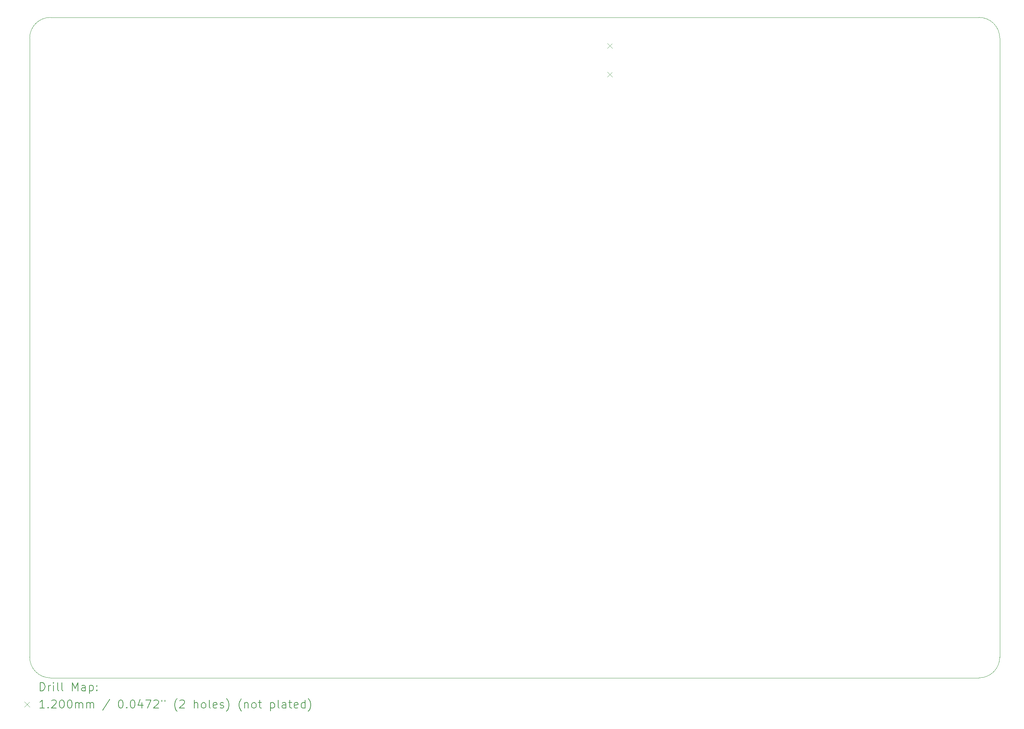
<source format=gbr>
%TF.GenerationSoftware,KiCad,Pcbnew,(6.0.11)*%
%TF.CreationDate,2024-04-16T11:46:23-04:00*%
%TF.ProjectId,input-output.Media,696e7075-742d-46f7-9574-7075742e4d65,rev?*%
%TF.SameCoordinates,Original*%
%TF.FileFunction,Drillmap*%
%TF.FilePolarity,Positive*%
%FSLAX45Y45*%
G04 Gerber Fmt 4.5, Leading zero omitted, Abs format (unit mm)*
G04 Created by KiCad (PCBNEW (6.0.11)) date 2024-04-16 11:46:23*
%MOMM*%
%LPD*%
G01*
G04 APERTURE LIST*
%ADD10C,0.050000*%
%ADD11C,0.200000*%
%ADD12C,0.120000*%
G04 APERTURE END LIST*
D10*
X3500000Y-7500000D02*
X3500000Y-22500000D01*
X4000000Y-23000000D02*
X26500000Y-23000000D01*
X27000000Y-22500000D02*
X27000000Y-7500000D01*
X26500000Y-7000000D02*
X4000000Y-7000000D01*
X27000000Y-7500000D02*
G75*
G03*
X26500000Y-7000000I-500000J0D01*
G01*
X3500000Y-22500000D02*
G75*
G03*
X4000000Y-23000000I500000J0D01*
G01*
X4000000Y-7000000D02*
G75*
G03*
X3500000Y-7500000I0J-500000D01*
G01*
X26500000Y-23000000D02*
G75*
G03*
X27000000Y-22500000I0J500000D01*
G01*
D11*
D12*
X17491750Y-7624500D02*
X17611750Y-7744500D01*
X17611750Y-7624500D02*
X17491750Y-7744500D01*
X17491750Y-8324500D02*
X17611750Y-8444500D01*
X17611750Y-8324500D02*
X17491750Y-8444500D01*
D11*
X3755119Y-23312976D02*
X3755119Y-23112976D01*
X3802738Y-23112976D01*
X3831309Y-23122500D01*
X3850357Y-23141548D01*
X3859881Y-23160595D01*
X3869405Y-23198690D01*
X3869405Y-23227262D01*
X3859881Y-23265357D01*
X3850357Y-23284405D01*
X3831309Y-23303452D01*
X3802738Y-23312976D01*
X3755119Y-23312976D01*
X3955119Y-23312976D02*
X3955119Y-23179643D01*
X3955119Y-23217738D02*
X3964643Y-23198690D01*
X3974167Y-23189167D01*
X3993214Y-23179643D01*
X4012262Y-23179643D01*
X4078928Y-23312976D02*
X4078928Y-23179643D01*
X4078928Y-23112976D02*
X4069405Y-23122500D01*
X4078928Y-23132024D01*
X4088452Y-23122500D01*
X4078928Y-23112976D01*
X4078928Y-23132024D01*
X4202738Y-23312976D02*
X4183690Y-23303452D01*
X4174167Y-23284405D01*
X4174167Y-23112976D01*
X4307500Y-23312976D02*
X4288452Y-23303452D01*
X4278929Y-23284405D01*
X4278929Y-23112976D01*
X4536071Y-23312976D02*
X4536071Y-23112976D01*
X4602738Y-23255833D01*
X4669405Y-23112976D01*
X4669405Y-23312976D01*
X4850357Y-23312976D02*
X4850357Y-23208214D01*
X4840833Y-23189167D01*
X4821786Y-23179643D01*
X4783690Y-23179643D01*
X4764643Y-23189167D01*
X4850357Y-23303452D02*
X4831310Y-23312976D01*
X4783690Y-23312976D01*
X4764643Y-23303452D01*
X4755119Y-23284405D01*
X4755119Y-23265357D01*
X4764643Y-23246309D01*
X4783690Y-23236786D01*
X4831310Y-23236786D01*
X4850357Y-23227262D01*
X4945595Y-23179643D02*
X4945595Y-23379643D01*
X4945595Y-23189167D02*
X4964643Y-23179643D01*
X5002738Y-23179643D01*
X5021786Y-23189167D01*
X5031310Y-23198690D01*
X5040833Y-23217738D01*
X5040833Y-23274881D01*
X5031310Y-23293928D01*
X5021786Y-23303452D01*
X5002738Y-23312976D01*
X4964643Y-23312976D01*
X4945595Y-23303452D01*
X5126548Y-23293928D02*
X5136071Y-23303452D01*
X5126548Y-23312976D01*
X5117024Y-23303452D01*
X5126548Y-23293928D01*
X5126548Y-23312976D01*
X5126548Y-23189167D02*
X5136071Y-23198690D01*
X5126548Y-23208214D01*
X5117024Y-23198690D01*
X5126548Y-23189167D01*
X5126548Y-23208214D01*
D12*
X3377500Y-23582500D02*
X3497500Y-23702500D01*
X3497500Y-23582500D02*
X3377500Y-23702500D01*
D11*
X3859881Y-23732976D02*
X3745595Y-23732976D01*
X3802738Y-23732976D02*
X3802738Y-23532976D01*
X3783690Y-23561548D01*
X3764643Y-23580595D01*
X3745595Y-23590119D01*
X3945595Y-23713928D02*
X3955119Y-23723452D01*
X3945595Y-23732976D01*
X3936071Y-23723452D01*
X3945595Y-23713928D01*
X3945595Y-23732976D01*
X4031309Y-23552024D02*
X4040833Y-23542500D01*
X4059881Y-23532976D01*
X4107500Y-23532976D01*
X4126548Y-23542500D01*
X4136071Y-23552024D01*
X4145595Y-23571071D01*
X4145595Y-23590119D01*
X4136071Y-23618690D01*
X4021786Y-23732976D01*
X4145595Y-23732976D01*
X4269405Y-23532976D02*
X4288452Y-23532976D01*
X4307500Y-23542500D01*
X4317024Y-23552024D01*
X4326548Y-23571071D01*
X4336071Y-23609167D01*
X4336071Y-23656786D01*
X4326548Y-23694881D01*
X4317024Y-23713928D01*
X4307500Y-23723452D01*
X4288452Y-23732976D01*
X4269405Y-23732976D01*
X4250357Y-23723452D01*
X4240833Y-23713928D01*
X4231310Y-23694881D01*
X4221786Y-23656786D01*
X4221786Y-23609167D01*
X4231310Y-23571071D01*
X4240833Y-23552024D01*
X4250357Y-23542500D01*
X4269405Y-23532976D01*
X4459881Y-23532976D02*
X4478929Y-23532976D01*
X4497976Y-23542500D01*
X4507500Y-23552024D01*
X4517024Y-23571071D01*
X4526548Y-23609167D01*
X4526548Y-23656786D01*
X4517024Y-23694881D01*
X4507500Y-23713928D01*
X4497976Y-23723452D01*
X4478929Y-23732976D01*
X4459881Y-23732976D01*
X4440833Y-23723452D01*
X4431310Y-23713928D01*
X4421786Y-23694881D01*
X4412262Y-23656786D01*
X4412262Y-23609167D01*
X4421786Y-23571071D01*
X4431310Y-23552024D01*
X4440833Y-23542500D01*
X4459881Y-23532976D01*
X4612262Y-23732976D02*
X4612262Y-23599643D01*
X4612262Y-23618690D02*
X4621786Y-23609167D01*
X4640833Y-23599643D01*
X4669405Y-23599643D01*
X4688452Y-23609167D01*
X4697976Y-23628214D01*
X4697976Y-23732976D01*
X4697976Y-23628214D02*
X4707500Y-23609167D01*
X4726548Y-23599643D01*
X4755119Y-23599643D01*
X4774167Y-23609167D01*
X4783690Y-23628214D01*
X4783690Y-23732976D01*
X4878929Y-23732976D02*
X4878929Y-23599643D01*
X4878929Y-23618690D02*
X4888452Y-23609167D01*
X4907500Y-23599643D01*
X4936071Y-23599643D01*
X4955119Y-23609167D01*
X4964643Y-23628214D01*
X4964643Y-23732976D01*
X4964643Y-23628214D02*
X4974167Y-23609167D01*
X4993214Y-23599643D01*
X5021786Y-23599643D01*
X5040833Y-23609167D01*
X5050357Y-23628214D01*
X5050357Y-23732976D01*
X5440833Y-23523452D02*
X5269405Y-23780595D01*
X5697976Y-23532976D02*
X5717024Y-23532976D01*
X5736071Y-23542500D01*
X5745595Y-23552024D01*
X5755119Y-23571071D01*
X5764643Y-23609167D01*
X5764643Y-23656786D01*
X5755119Y-23694881D01*
X5745595Y-23713928D01*
X5736071Y-23723452D01*
X5717024Y-23732976D01*
X5697976Y-23732976D01*
X5678928Y-23723452D01*
X5669405Y-23713928D01*
X5659881Y-23694881D01*
X5650357Y-23656786D01*
X5650357Y-23609167D01*
X5659881Y-23571071D01*
X5669405Y-23552024D01*
X5678928Y-23542500D01*
X5697976Y-23532976D01*
X5850357Y-23713928D02*
X5859881Y-23723452D01*
X5850357Y-23732976D01*
X5840833Y-23723452D01*
X5850357Y-23713928D01*
X5850357Y-23732976D01*
X5983690Y-23532976D02*
X6002738Y-23532976D01*
X6021786Y-23542500D01*
X6031309Y-23552024D01*
X6040833Y-23571071D01*
X6050357Y-23609167D01*
X6050357Y-23656786D01*
X6040833Y-23694881D01*
X6031309Y-23713928D01*
X6021786Y-23723452D01*
X6002738Y-23732976D01*
X5983690Y-23732976D01*
X5964643Y-23723452D01*
X5955119Y-23713928D01*
X5945595Y-23694881D01*
X5936071Y-23656786D01*
X5936071Y-23609167D01*
X5945595Y-23571071D01*
X5955119Y-23552024D01*
X5964643Y-23542500D01*
X5983690Y-23532976D01*
X6221786Y-23599643D02*
X6221786Y-23732976D01*
X6174167Y-23523452D02*
X6126548Y-23666309D01*
X6250357Y-23666309D01*
X6307500Y-23532976D02*
X6440833Y-23532976D01*
X6355119Y-23732976D01*
X6507500Y-23552024D02*
X6517024Y-23542500D01*
X6536071Y-23532976D01*
X6583690Y-23532976D01*
X6602738Y-23542500D01*
X6612262Y-23552024D01*
X6621786Y-23571071D01*
X6621786Y-23590119D01*
X6612262Y-23618690D01*
X6497976Y-23732976D01*
X6621786Y-23732976D01*
X6697976Y-23532976D02*
X6697976Y-23571071D01*
X6774167Y-23532976D02*
X6774167Y-23571071D01*
X7069405Y-23809167D02*
X7059881Y-23799643D01*
X7040833Y-23771071D01*
X7031309Y-23752024D01*
X7021786Y-23723452D01*
X7012262Y-23675833D01*
X7012262Y-23637738D01*
X7021786Y-23590119D01*
X7031309Y-23561548D01*
X7040833Y-23542500D01*
X7059881Y-23513928D01*
X7069405Y-23504405D01*
X7136071Y-23552024D02*
X7145595Y-23542500D01*
X7164643Y-23532976D01*
X7212262Y-23532976D01*
X7231309Y-23542500D01*
X7240833Y-23552024D01*
X7250357Y-23571071D01*
X7250357Y-23590119D01*
X7240833Y-23618690D01*
X7126548Y-23732976D01*
X7250357Y-23732976D01*
X7488452Y-23732976D02*
X7488452Y-23532976D01*
X7574167Y-23732976D02*
X7574167Y-23628214D01*
X7564643Y-23609167D01*
X7545595Y-23599643D01*
X7517024Y-23599643D01*
X7497976Y-23609167D01*
X7488452Y-23618690D01*
X7697976Y-23732976D02*
X7678928Y-23723452D01*
X7669405Y-23713928D01*
X7659881Y-23694881D01*
X7659881Y-23637738D01*
X7669405Y-23618690D01*
X7678928Y-23609167D01*
X7697976Y-23599643D01*
X7726548Y-23599643D01*
X7745595Y-23609167D01*
X7755119Y-23618690D01*
X7764643Y-23637738D01*
X7764643Y-23694881D01*
X7755119Y-23713928D01*
X7745595Y-23723452D01*
X7726548Y-23732976D01*
X7697976Y-23732976D01*
X7878928Y-23732976D02*
X7859881Y-23723452D01*
X7850357Y-23704405D01*
X7850357Y-23532976D01*
X8031309Y-23723452D02*
X8012262Y-23732976D01*
X7974167Y-23732976D01*
X7955119Y-23723452D01*
X7945595Y-23704405D01*
X7945595Y-23628214D01*
X7955119Y-23609167D01*
X7974167Y-23599643D01*
X8012262Y-23599643D01*
X8031309Y-23609167D01*
X8040833Y-23628214D01*
X8040833Y-23647262D01*
X7945595Y-23666309D01*
X8117024Y-23723452D02*
X8136071Y-23732976D01*
X8174167Y-23732976D01*
X8193214Y-23723452D01*
X8202738Y-23704405D01*
X8202738Y-23694881D01*
X8193214Y-23675833D01*
X8174167Y-23666309D01*
X8145595Y-23666309D01*
X8126548Y-23656786D01*
X8117024Y-23637738D01*
X8117024Y-23628214D01*
X8126548Y-23609167D01*
X8145595Y-23599643D01*
X8174167Y-23599643D01*
X8193214Y-23609167D01*
X8269405Y-23809167D02*
X8278928Y-23799643D01*
X8297976Y-23771071D01*
X8307500Y-23752024D01*
X8317024Y-23723452D01*
X8326548Y-23675833D01*
X8326548Y-23637738D01*
X8317024Y-23590119D01*
X8307500Y-23561548D01*
X8297976Y-23542500D01*
X8278928Y-23513928D01*
X8269405Y-23504405D01*
X8631310Y-23809167D02*
X8621786Y-23799643D01*
X8602738Y-23771071D01*
X8593214Y-23752024D01*
X8583690Y-23723452D01*
X8574167Y-23675833D01*
X8574167Y-23637738D01*
X8583690Y-23590119D01*
X8593214Y-23561548D01*
X8602738Y-23542500D01*
X8621786Y-23513928D01*
X8631310Y-23504405D01*
X8707500Y-23599643D02*
X8707500Y-23732976D01*
X8707500Y-23618690D02*
X8717024Y-23609167D01*
X8736071Y-23599643D01*
X8764643Y-23599643D01*
X8783690Y-23609167D01*
X8793214Y-23628214D01*
X8793214Y-23732976D01*
X8917024Y-23732976D02*
X8897976Y-23723452D01*
X8888452Y-23713928D01*
X8878929Y-23694881D01*
X8878929Y-23637738D01*
X8888452Y-23618690D01*
X8897976Y-23609167D01*
X8917024Y-23599643D01*
X8945595Y-23599643D01*
X8964643Y-23609167D01*
X8974167Y-23618690D01*
X8983690Y-23637738D01*
X8983690Y-23694881D01*
X8974167Y-23713928D01*
X8964643Y-23723452D01*
X8945595Y-23732976D01*
X8917024Y-23732976D01*
X9040833Y-23599643D02*
X9117024Y-23599643D01*
X9069405Y-23532976D02*
X9069405Y-23704405D01*
X9078929Y-23723452D01*
X9097976Y-23732976D01*
X9117024Y-23732976D01*
X9336071Y-23599643D02*
X9336071Y-23799643D01*
X9336071Y-23609167D02*
X9355119Y-23599643D01*
X9393214Y-23599643D01*
X9412262Y-23609167D01*
X9421786Y-23618690D01*
X9431310Y-23637738D01*
X9431310Y-23694881D01*
X9421786Y-23713928D01*
X9412262Y-23723452D01*
X9393214Y-23732976D01*
X9355119Y-23732976D01*
X9336071Y-23723452D01*
X9545595Y-23732976D02*
X9526548Y-23723452D01*
X9517024Y-23704405D01*
X9517024Y-23532976D01*
X9707500Y-23732976D02*
X9707500Y-23628214D01*
X9697976Y-23609167D01*
X9678929Y-23599643D01*
X9640833Y-23599643D01*
X9621786Y-23609167D01*
X9707500Y-23723452D02*
X9688452Y-23732976D01*
X9640833Y-23732976D01*
X9621786Y-23723452D01*
X9612262Y-23704405D01*
X9612262Y-23685357D01*
X9621786Y-23666309D01*
X9640833Y-23656786D01*
X9688452Y-23656786D01*
X9707500Y-23647262D01*
X9774167Y-23599643D02*
X9850357Y-23599643D01*
X9802738Y-23532976D02*
X9802738Y-23704405D01*
X9812262Y-23723452D01*
X9831310Y-23732976D01*
X9850357Y-23732976D01*
X9993214Y-23723452D02*
X9974167Y-23732976D01*
X9936071Y-23732976D01*
X9917024Y-23723452D01*
X9907500Y-23704405D01*
X9907500Y-23628214D01*
X9917024Y-23609167D01*
X9936071Y-23599643D01*
X9974167Y-23599643D01*
X9993214Y-23609167D01*
X10002738Y-23628214D01*
X10002738Y-23647262D01*
X9907500Y-23666309D01*
X10174167Y-23732976D02*
X10174167Y-23532976D01*
X10174167Y-23723452D02*
X10155119Y-23732976D01*
X10117024Y-23732976D01*
X10097976Y-23723452D01*
X10088452Y-23713928D01*
X10078929Y-23694881D01*
X10078929Y-23637738D01*
X10088452Y-23618690D01*
X10097976Y-23609167D01*
X10117024Y-23599643D01*
X10155119Y-23599643D01*
X10174167Y-23609167D01*
X10250357Y-23809167D02*
X10259881Y-23799643D01*
X10278929Y-23771071D01*
X10288452Y-23752024D01*
X10297976Y-23723452D01*
X10307500Y-23675833D01*
X10307500Y-23637738D01*
X10297976Y-23590119D01*
X10288452Y-23561548D01*
X10278929Y-23542500D01*
X10259881Y-23513928D01*
X10250357Y-23504405D01*
M02*

</source>
